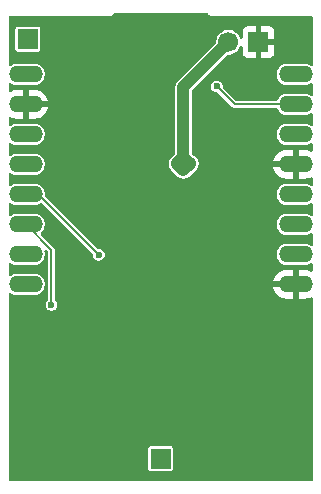
<source format=gbr>
%TF.GenerationSoftware,KiCad,Pcbnew,9.0.6*%
%TF.CreationDate,2025-12-01T19:29:45+01:00*%
%TF.ProjectId,_SSDV,b5535344-562e-46b6-9963-61645f706362,0.1*%
%TF.SameCoordinates,Original*%
%TF.FileFunction,Copper,L2,Bot*%
%TF.FilePolarity,Positive*%
%FSLAX46Y46*%
G04 Gerber Fmt 4.6, Leading zero omitted, Abs format (unit mm)*
G04 Created by KiCad (PCBNEW 9.0.6) date 2025-12-01 19:29:45*
%MOMM*%
%LPD*%
G01*
G04 APERTURE LIST*
%TA.AperFunction,ComponentPad*%
%ADD10R,1.700000X1.700000*%
%TD*%
%TA.AperFunction,ComponentPad*%
%ADD11C,1.700000*%
%TD*%
%TA.AperFunction,ComponentPad*%
%ADD12O,2.844800X1.422400*%
%TD*%
%TA.AperFunction,ViaPad*%
%ADD13C,0.600000*%
%TD*%
%TA.AperFunction,Conductor*%
%ADD14C,0.200000*%
%TD*%
%TA.AperFunction,Conductor*%
%ADD15C,1.000000*%
%TD*%
G04 APERTURE END LIST*
D10*
%TO.P,ANT1,1,1*%
%TO.N,Net-(U2-RF_IN)*%
X82000000Y-45000000D03*
%TD*%
%TO.P,J1,1,Pin_1*%
%TO.N,GND*%
X101525000Y-45250000D03*
D11*
%TO.P,J1,2,Pin_2*%
%TO.N,+BATT*%
X98985000Y-45250000D03*
%TD*%
D12*
%TO.P,U1,P$1,5V*%
%TO.N,unconnected-(U1-5V-PadP$1)*%
X81820000Y-47978500D03*
%TO.P,U1,P$2,GND*%
%TO.N,GND*%
X81820000Y-50518500D03*
%TO.P,U1,P$3,IO12*%
%TO.N,MISO*%
X81820000Y-53058500D03*
%TO.P,U1,P$4,IO13*%
%TO.N,MOSI*%
X81820000Y-55598500D03*
%TO.P,U1,P$5,IO15*%
%TO.N,CS*%
X81820000Y-58138500D03*
%TO.P,U1,P$6,IO14*%
%TO.N,SCK*%
X81820000Y-60678500D03*
%TO.P,U1,P$7,IO2*%
%TO.N,unconnected-(U1-IO2-PadP$7)*%
X81820000Y-63218500D03*
%TO.P,U1,P$8,IO4*%
%TO.N,unconnected-(U1-IO4-PadP$8)*%
X81820000Y-65758500D03*
%TO.P,U1,P$9,.GND*%
%TO.N,GND*%
X104680000Y-65758500D03*
%TO.P,U1,P$10,IO1/U0T*%
%TO.N,TX*%
X104680000Y-63218500D03*
%TO.P,U1,P$11,IO3/U0R*%
%TO.N,RX*%
X104680000Y-60678500D03*
%TO.P,U1,P$12,3V3.*%
%TO.N,unconnected-(U1-3V3.-PadP$12)*%
X104680000Y-58138500D03*
%TO.P,U1,P$13,GND.*%
%TO.N,GND*%
X104680000Y-55598500D03*
%TO.P,U1,P$14,IO0*%
%TO.N,IO0*%
X104680000Y-53058500D03*
%TO.P,U1,P$15,IO16*%
%TO.N,GPS_RX*%
X104680000Y-50518500D03*
%TO.P,U1,P$16,3V3*%
%TO.N,+3V3*%
X104680000Y-47978500D03*
%TD*%
D10*
%TO.P,ANT2,1,1*%
%TO.N,Net-(U3-ANT)*%
X93250000Y-80500000D03*
%TD*%
D13*
%TO.N,GPS_RX*%
X98000000Y-49000000D03*
%TO.N,+BATT*%
X95175000Y-56100000D03*
X95175000Y-55000000D03*
X95750000Y-55500000D03*
X94662500Y-55587500D03*
%TO.N,GND*%
X91250000Y-64250000D03*
X101250000Y-52750000D03*
X87000000Y-59750000D03*
X90250000Y-51000000D03*
X100500000Y-59750000D03*
X95250000Y-74000000D03*
X104750000Y-45000000D03*
X91250000Y-71000000D03*
X82000000Y-75750000D03*
X100750000Y-54000000D03*
X97250000Y-61500000D03*
X97250000Y-67250000D03*
X89750000Y-77250000D03*
X81750000Y-70000000D03*
X86250000Y-80000000D03*
X90000000Y-46000000D03*
%TO.N,CS*%
X88000000Y-63250000D03*
%TO.N,SCK*%
X84000000Y-67500000D03*
%TD*%
D14*
%TO.N,GPS_RX*%
X98000000Y-49000000D02*
X99518500Y-50518500D01*
X99518500Y-50518500D02*
X104680000Y-50518500D01*
%TO.N,SCK*%
X84000000Y-67500000D02*
X84000000Y-62858500D01*
X84000000Y-62858500D02*
X81820000Y-60678500D01*
D15*
%TO.N,+BATT*%
X95175000Y-56100000D02*
X94662500Y-55587500D01*
X94662500Y-55587500D02*
X94662500Y-55512500D01*
X95750000Y-55500000D02*
X95675000Y-55500000D01*
X95675000Y-55500000D02*
X95175000Y-55000000D01*
X95175000Y-49060000D02*
X98985000Y-45250000D01*
X95750000Y-55500000D02*
X95750000Y-55525000D01*
X95750000Y-55525000D02*
X95175000Y-56100000D01*
X95175000Y-56100000D02*
X95175000Y-55000000D01*
X94662500Y-55512500D02*
X95175000Y-55000000D01*
X95175000Y-55000000D02*
X95175000Y-49060000D01*
D14*
%TO.N,CS*%
X82888500Y-58138500D02*
X81820000Y-58138500D01*
X88000000Y-63250000D02*
X82888500Y-58138500D01*
%TD*%
%TA.AperFunction,Conductor*%
%TO.N,GND*%
G36*
X97126589Y-42750607D02*
G01*
X97128481Y-42750071D01*
X97155521Y-42760007D01*
X97182912Y-42768907D01*
X97184067Y-42770497D01*
X97185912Y-42771175D01*
X97201941Y-42795098D01*
X97217293Y-42816229D01*
X97217584Y-42816111D01*
X97217817Y-42816681D01*
X97217828Y-42816837D01*
X97217956Y-42817141D01*
X97218876Y-42818407D01*
X97219801Y-42821532D01*
X97219972Y-42821945D01*
X97240049Y-42856720D01*
X97240069Y-42856755D01*
X97240071Y-42856757D01*
X97259488Y-42890410D01*
X97259518Y-42890440D01*
X97259540Y-42890478D01*
X97287435Y-42918373D01*
X97287447Y-42918397D01*
X97287453Y-42918392D01*
X97315419Y-42946373D01*
X97315421Y-42946375D01*
X97315423Y-42946376D01*
X97315482Y-42946421D01*
X97315484Y-42946422D01*
X97315489Y-42946427D01*
X97345042Y-42963489D01*
X97349087Y-42965825D01*
X97349107Y-42965837D01*
X97383933Y-42985956D01*
X97383999Y-42985983D01*
X97384005Y-42985984D01*
X97384011Y-42985988D01*
X97421769Y-42996105D01*
X97421790Y-42996119D01*
X97421792Y-42996112D01*
X97435927Y-42999903D01*
X97460353Y-43006456D01*
X97460358Y-43006456D01*
X97460436Y-43006466D01*
X97460438Y-43006467D01*
X97460439Y-43006467D01*
X97499054Y-43006467D01*
X106010530Y-43008885D01*
X106068713Y-43027809D01*
X106104663Y-43077319D01*
X106109500Y-43107885D01*
X106109500Y-47176744D01*
X106090593Y-47234935D01*
X106041093Y-47270899D01*
X105979907Y-47270899D01*
X105955499Y-47259060D01*
X105885506Y-47212293D01*
X105823052Y-47170562D01*
X105823049Y-47170560D01*
X105823048Y-47170560D01*
X105657133Y-47101836D01*
X105480997Y-47066800D01*
X105480995Y-47066800D01*
X103879005Y-47066800D01*
X103879002Y-47066800D01*
X103702867Y-47101836D01*
X103702865Y-47101836D01*
X103536950Y-47170560D01*
X103536949Y-47170560D01*
X103387625Y-47270336D01*
X103260636Y-47397325D01*
X103160860Y-47546649D01*
X103160860Y-47546650D01*
X103092136Y-47712565D01*
X103092136Y-47712567D01*
X103057100Y-47888702D01*
X103057100Y-48068297D01*
X103092136Y-48244432D01*
X103092136Y-48244434D01*
X103160860Y-48410349D01*
X103160860Y-48410350D01*
X103220429Y-48499500D01*
X103260637Y-48559675D01*
X103387625Y-48686663D01*
X103536948Y-48786438D01*
X103702867Y-48855164D01*
X103879005Y-48890200D01*
X103879006Y-48890200D01*
X105480994Y-48890200D01*
X105480995Y-48890200D01*
X105657133Y-48855164D01*
X105823052Y-48786438D01*
X105955498Y-48697940D01*
X106014387Y-48681331D01*
X106071790Y-48702509D01*
X106105783Y-48753382D01*
X106109500Y-48780255D01*
X106109500Y-49716744D01*
X106090593Y-49774935D01*
X106041093Y-49810899D01*
X105979907Y-49810899D01*
X105955499Y-49799060D01*
X105851330Y-49729457D01*
X105823052Y-49710562D01*
X105823049Y-49710560D01*
X105823048Y-49710560D01*
X105657133Y-49641836D01*
X105480997Y-49606800D01*
X105480995Y-49606800D01*
X103879005Y-49606800D01*
X103879002Y-49606800D01*
X103702867Y-49641836D01*
X103702865Y-49641836D01*
X103536950Y-49710560D01*
X103536949Y-49710560D01*
X103387625Y-49810336D01*
X103260636Y-49937325D01*
X103160861Y-50086648D01*
X103131768Y-50156886D01*
X103092031Y-50203412D01*
X103040304Y-50218000D01*
X99683979Y-50218000D01*
X99625788Y-50199093D01*
X99613975Y-50189004D01*
X98529496Y-49104525D01*
X98501719Y-49050008D01*
X98500500Y-49034521D01*
X98500500Y-48934109D01*
X98488735Y-48890200D01*
X98466392Y-48806814D01*
X98466390Y-48806811D01*
X98466390Y-48806809D01*
X98400503Y-48692690D01*
X98400501Y-48692688D01*
X98400500Y-48692686D01*
X98307314Y-48599500D01*
X98307311Y-48599498D01*
X98307309Y-48599496D01*
X98193189Y-48533609D01*
X98193191Y-48533609D01*
X98143799Y-48520375D01*
X98065892Y-48499500D01*
X97934108Y-48499500D01*
X97856200Y-48520375D01*
X97806809Y-48533609D01*
X97692690Y-48599496D01*
X97599496Y-48692690D01*
X97533609Y-48806809D01*
X97533608Y-48806814D01*
X97499500Y-48934108D01*
X97499500Y-49065892D01*
X97509852Y-49104525D01*
X97533609Y-49193190D01*
X97599496Y-49307309D01*
X97599498Y-49307311D01*
X97599500Y-49307314D01*
X97692686Y-49400500D01*
X97692688Y-49400501D01*
X97692690Y-49400503D01*
X97806810Y-49466390D01*
X97806808Y-49466390D01*
X97806812Y-49466391D01*
X97806814Y-49466392D01*
X97934108Y-49500500D01*
X97934110Y-49500500D01*
X98034521Y-49500500D01*
X98092712Y-49519407D01*
X98104525Y-49529496D01*
X99278040Y-50703011D01*
X99278039Y-50703011D01*
X99333989Y-50758960D01*
X99402507Y-50798519D01*
X99402511Y-50798521D01*
X99478935Y-50818999D01*
X99478937Y-50819000D01*
X99478938Y-50819000D01*
X103040304Y-50819000D01*
X103098495Y-50837907D01*
X103131768Y-50880114D01*
X103160861Y-50950351D01*
X103160862Y-50950352D01*
X103260637Y-51099675D01*
X103387625Y-51226663D01*
X103536948Y-51326438D01*
X103702867Y-51395164D01*
X103879005Y-51430200D01*
X103879006Y-51430200D01*
X105480994Y-51430200D01*
X105480995Y-51430200D01*
X105657133Y-51395164D01*
X105823052Y-51326438D01*
X105955498Y-51237940D01*
X106014387Y-51221331D01*
X106071790Y-51242509D01*
X106105783Y-51293382D01*
X106109500Y-51320255D01*
X106109500Y-52256744D01*
X106090593Y-52314935D01*
X106041093Y-52350899D01*
X105979907Y-52350899D01*
X105955499Y-52339060D01*
X105885506Y-52292293D01*
X105823052Y-52250562D01*
X105823049Y-52250560D01*
X105823048Y-52250560D01*
X105657133Y-52181836D01*
X105480997Y-52146800D01*
X105480995Y-52146800D01*
X103879005Y-52146800D01*
X103879002Y-52146800D01*
X103702867Y-52181836D01*
X103702865Y-52181836D01*
X103536950Y-52250560D01*
X103536949Y-52250560D01*
X103387625Y-52350336D01*
X103260636Y-52477325D01*
X103160860Y-52626649D01*
X103160860Y-52626650D01*
X103092136Y-52792565D01*
X103092136Y-52792567D01*
X103057100Y-52968702D01*
X103057100Y-53148297D01*
X103092136Y-53324432D01*
X103092136Y-53324434D01*
X103160860Y-53490349D01*
X103160860Y-53490350D01*
X103250499Y-53624503D01*
X103260637Y-53639675D01*
X103387625Y-53766663D01*
X103536948Y-53866438D01*
X103702867Y-53935164D01*
X103879005Y-53970200D01*
X103879006Y-53970200D01*
X105480994Y-53970200D01*
X105480995Y-53970200D01*
X105657133Y-53935164D01*
X105823052Y-53866438D01*
X105955498Y-53777940D01*
X106014387Y-53761331D01*
X106071790Y-53782509D01*
X106105783Y-53833382D01*
X106109500Y-53860255D01*
X106109500Y-54443577D01*
X106090593Y-54501768D01*
X106041093Y-54537732D01*
X105979907Y-54537732D01*
X105965555Y-54531787D01*
X105856139Y-54476037D01*
X105674818Y-54417122D01*
X105486526Y-54387300D01*
X104930001Y-54387300D01*
X104930000Y-54387301D01*
X104930000Y-55165488D01*
X104872993Y-55132575D01*
X104745826Y-55098500D01*
X104614174Y-55098500D01*
X104487007Y-55132575D01*
X104430000Y-55165488D01*
X104430000Y-54387301D01*
X104429999Y-54387300D01*
X103873474Y-54387300D01*
X103685181Y-54417122D01*
X103503860Y-54476037D01*
X103333995Y-54562587D01*
X103179757Y-54674648D01*
X103044948Y-54809457D01*
X102932887Y-54963695D01*
X102846337Y-55133560D01*
X102787422Y-55314881D01*
X102782098Y-55348499D01*
X102782099Y-55348500D01*
X104246988Y-55348500D01*
X104214075Y-55405507D01*
X104180000Y-55532674D01*
X104180000Y-55664326D01*
X104214075Y-55791493D01*
X104246988Y-55848500D01*
X102782099Y-55848500D01*
X102787422Y-55882118D01*
X102846337Y-56063439D01*
X102932887Y-56233304D01*
X103044948Y-56387542D01*
X103179757Y-56522351D01*
X103333995Y-56634412D01*
X103503860Y-56720962D01*
X103685181Y-56779877D01*
X103873474Y-56809700D01*
X104429999Y-56809700D01*
X104430000Y-56809699D01*
X104430000Y-56031512D01*
X104487007Y-56064425D01*
X104614174Y-56098500D01*
X104745826Y-56098500D01*
X104872993Y-56064425D01*
X104930000Y-56031512D01*
X104930000Y-56809699D01*
X104930001Y-56809700D01*
X105486526Y-56809700D01*
X105674818Y-56779877D01*
X105856142Y-56720961D01*
X105965554Y-56665213D01*
X106025986Y-56655641D01*
X106080503Y-56683418D01*
X106108281Y-56737934D01*
X106109500Y-56753422D01*
X106109500Y-57336744D01*
X106090593Y-57394935D01*
X106041093Y-57430899D01*
X105979907Y-57430899D01*
X105955499Y-57419060D01*
X105885506Y-57372293D01*
X105823052Y-57330562D01*
X105823049Y-57330560D01*
X105823048Y-57330560D01*
X105657133Y-57261836D01*
X105480997Y-57226800D01*
X105480995Y-57226800D01*
X103879005Y-57226800D01*
X103879002Y-57226800D01*
X103702867Y-57261836D01*
X103702865Y-57261836D01*
X103536950Y-57330560D01*
X103536949Y-57330560D01*
X103387625Y-57430336D01*
X103260636Y-57557325D01*
X103160860Y-57706649D01*
X103160860Y-57706650D01*
X103092136Y-57872565D01*
X103092136Y-57872567D01*
X103057100Y-58048702D01*
X103057100Y-58228297D01*
X103092136Y-58404432D01*
X103092136Y-58404434D01*
X103160860Y-58570349D01*
X103160860Y-58570350D01*
X103250499Y-58704503D01*
X103260637Y-58719675D01*
X103387625Y-58846663D01*
X103536948Y-58946438D01*
X103702867Y-59015164D01*
X103879005Y-59050200D01*
X103879006Y-59050200D01*
X105480994Y-59050200D01*
X105480995Y-59050200D01*
X105657133Y-59015164D01*
X105823052Y-58946438D01*
X105955498Y-58857940D01*
X106014387Y-58841331D01*
X106071790Y-58862509D01*
X106105783Y-58913382D01*
X106109500Y-58940255D01*
X106109500Y-59876744D01*
X106090593Y-59934935D01*
X106041093Y-59970899D01*
X105979907Y-59970899D01*
X105955499Y-59959060D01*
X105885506Y-59912293D01*
X105823052Y-59870562D01*
X105823049Y-59870560D01*
X105823048Y-59870560D01*
X105657133Y-59801836D01*
X105480997Y-59766800D01*
X105480995Y-59766800D01*
X103879005Y-59766800D01*
X103879002Y-59766800D01*
X103702867Y-59801836D01*
X103702865Y-59801836D01*
X103536950Y-59870560D01*
X103536949Y-59870560D01*
X103387625Y-59970336D01*
X103260636Y-60097325D01*
X103160860Y-60246649D01*
X103160860Y-60246650D01*
X103092136Y-60412565D01*
X103092136Y-60412567D01*
X103057100Y-60588702D01*
X103057100Y-60768297D01*
X103092136Y-60944432D01*
X103092136Y-60944434D01*
X103160860Y-61110349D01*
X103160860Y-61110350D01*
X103250499Y-61244503D01*
X103260637Y-61259675D01*
X103387625Y-61386663D01*
X103536948Y-61486438D01*
X103702867Y-61555164D01*
X103879005Y-61590200D01*
X103879006Y-61590200D01*
X105480994Y-61590200D01*
X105480995Y-61590200D01*
X105657133Y-61555164D01*
X105823052Y-61486438D01*
X105955498Y-61397940D01*
X106014387Y-61381331D01*
X106071790Y-61402509D01*
X106105783Y-61453382D01*
X106109500Y-61480255D01*
X106109500Y-62416744D01*
X106090593Y-62474935D01*
X106041093Y-62510899D01*
X105979907Y-62510899D01*
X105955499Y-62499060D01*
X105885506Y-62452293D01*
X105823052Y-62410562D01*
X105823049Y-62410560D01*
X105823048Y-62410560D01*
X105657133Y-62341836D01*
X105480997Y-62306800D01*
X105480995Y-62306800D01*
X103879005Y-62306800D01*
X103879002Y-62306800D01*
X103702867Y-62341836D01*
X103702865Y-62341836D01*
X103536950Y-62410560D01*
X103536949Y-62410560D01*
X103387625Y-62510336D01*
X103260636Y-62637325D01*
X103160860Y-62786649D01*
X103160860Y-62786650D01*
X103092136Y-62952565D01*
X103092136Y-62952567D01*
X103057100Y-63128702D01*
X103057100Y-63308297D01*
X103058611Y-63315892D01*
X103083931Y-63443186D01*
X103092136Y-63484432D01*
X103092136Y-63484434D01*
X103160860Y-63650349D01*
X103160860Y-63650350D01*
X103227779Y-63750500D01*
X103260637Y-63799675D01*
X103387625Y-63926663D01*
X103536948Y-64026438D01*
X103702867Y-64095164D01*
X103879005Y-64130200D01*
X103879006Y-64130200D01*
X105480994Y-64130200D01*
X105480995Y-64130200D01*
X105657133Y-64095164D01*
X105823052Y-64026438D01*
X105955498Y-63937940D01*
X106014387Y-63921331D01*
X106071790Y-63942509D01*
X106105783Y-63993382D01*
X106109500Y-64020255D01*
X106109500Y-64603577D01*
X106090593Y-64661768D01*
X106041093Y-64697732D01*
X105979907Y-64697732D01*
X105965555Y-64691787D01*
X105856139Y-64636037D01*
X105674818Y-64577122D01*
X105486526Y-64547300D01*
X104930001Y-64547300D01*
X104930000Y-64547301D01*
X104930000Y-65325488D01*
X104872993Y-65292575D01*
X104745826Y-65258500D01*
X104614174Y-65258500D01*
X104487007Y-65292575D01*
X104430000Y-65325488D01*
X104430000Y-64547301D01*
X104429999Y-64547300D01*
X103873474Y-64547300D01*
X103685181Y-64577122D01*
X103503860Y-64636037D01*
X103333995Y-64722587D01*
X103179757Y-64834648D01*
X103044948Y-64969457D01*
X102932887Y-65123695D01*
X102846337Y-65293560D01*
X102787422Y-65474881D01*
X102782098Y-65508499D01*
X102782099Y-65508500D01*
X104246988Y-65508500D01*
X104214075Y-65565507D01*
X104180000Y-65692674D01*
X104180000Y-65824326D01*
X104214075Y-65951493D01*
X104246988Y-66008500D01*
X102782099Y-66008500D01*
X102787422Y-66042118D01*
X102846337Y-66223439D01*
X102932887Y-66393304D01*
X103044948Y-66547542D01*
X103179757Y-66682351D01*
X103333995Y-66794412D01*
X103503860Y-66880962D01*
X103685181Y-66939877D01*
X103873474Y-66969700D01*
X104429999Y-66969700D01*
X104430000Y-66969699D01*
X104430000Y-66191512D01*
X104487007Y-66224425D01*
X104614174Y-66258500D01*
X104745826Y-66258500D01*
X104872993Y-66224425D01*
X104930000Y-66191512D01*
X104930000Y-66969699D01*
X104930001Y-66969700D01*
X105486526Y-66969700D01*
X105674818Y-66939877D01*
X105856142Y-66880961D01*
X105965554Y-66825213D01*
X106025986Y-66815641D01*
X106080503Y-66843418D01*
X106108281Y-66897934D01*
X106109500Y-66913422D01*
X106109500Y-82309000D01*
X106090593Y-82367191D01*
X106041093Y-82403155D01*
X106010500Y-82408000D01*
X80489500Y-82408000D01*
X80431309Y-82389093D01*
X80395345Y-82339593D01*
X80390500Y-82309000D01*
X80390500Y-79630253D01*
X92199500Y-79630253D01*
X92199500Y-81369746D01*
X92199501Y-81369758D01*
X92211132Y-81428227D01*
X92211133Y-81428231D01*
X92255448Y-81494552D01*
X92321769Y-81538867D01*
X92366231Y-81547711D01*
X92380241Y-81550498D01*
X92380246Y-81550498D01*
X92380252Y-81550500D01*
X92380253Y-81550500D01*
X94119747Y-81550500D01*
X94119748Y-81550500D01*
X94178231Y-81538867D01*
X94244552Y-81494552D01*
X94288867Y-81428231D01*
X94300500Y-81369748D01*
X94300500Y-79630252D01*
X94288867Y-79571769D01*
X94244552Y-79505448D01*
X94244548Y-79505445D01*
X94178233Y-79461134D01*
X94178231Y-79461133D01*
X94178228Y-79461132D01*
X94178227Y-79461132D01*
X94119758Y-79449501D01*
X94119748Y-79449500D01*
X92380252Y-79449500D01*
X92380251Y-79449500D01*
X92380241Y-79449501D01*
X92321772Y-79461132D01*
X92321766Y-79461134D01*
X92255451Y-79505445D01*
X92255445Y-79505451D01*
X92211134Y-79571766D01*
X92211132Y-79571772D01*
X92199501Y-79630241D01*
X92199500Y-79630253D01*
X80390500Y-79630253D01*
X80390500Y-66560255D01*
X80409407Y-66502064D01*
X80458907Y-66466100D01*
X80520093Y-66466100D01*
X80544502Y-66477940D01*
X80676948Y-66566438D01*
X80842867Y-66635164D01*
X81019005Y-66670200D01*
X81019006Y-66670200D01*
X82620994Y-66670200D01*
X82620995Y-66670200D01*
X82797133Y-66635164D01*
X82963052Y-66566438D01*
X83112375Y-66466663D01*
X83239363Y-66339675D01*
X83339138Y-66190352D01*
X83407864Y-66024433D01*
X83442900Y-65848295D01*
X83442900Y-65668705D01*
X83407864Y-65492567D01*
X83339139Y-65326650D01*
X83339139Y-65326649D01*
X83239363Y-65177325D01*
X83112374Y-65050336D01*
X82963049Y-64950560D01*
X82797133Y-64881836D01*
X82620997Y-64846800D01*
X82620995Y-64846800D01*
X81019005Y-64846800D01*
X81019002Y-64846800D01*
X80842867Y-64881836D01*
X80842865Y-64881836D01*
X80676951Y-64950560D01*
X80544501Y-65039060D01*
X80485613Y-65055668D01*
X80428209Y-65034490D01*
X80394217Y-64983616D01*
X80390500Y-64956744D01*
X80390500Y-64020255D01*
X80409407Y-63962064D01*
X80458907Y-63926100D01*
X80520093Y-63926100D01*
X80544502Y-63937940D01*
X80676948Y-64026438D01*
X80842867Y-64095164D01*
X81019005Y-64130200D01*
X81019006Y-64130200D01*
X82620994Y-64130200D01*
X82620995Y-64130200D01*
X82797133Y-64095164D01*
X82963052Y-64026438D01*
X83112375Y-63926663D01*
X83239363Y-63799675D01*
X83339138Y-63650352D01*
X83407864Y-63484433D01*
X83442900Y-63308295D01*
X83442900Y-63128705D01*
X83407864Y-62952567D01*
X83407863Y-62952565D01*
X83406915Y-62947797D01*
X83409013Y-62947379D01*
X83410038Y-62894645D01*
X83446956Y-62845853D01*
X83505503Y-62828079D01*
X83563316Y-62848112D01*
X83573585Y-62857056D01*
X83670504Y-62953975D01*
X83698281Y-63008492D01*
X83699500Y-63023979D01*
X83699500Y-67051679D01*
X83680593Y-67109870D01*
X83670509Y-67121676D01*
X83599500Y-67192686D01*
X83599497Y-67192689D01*
X83599496Y-67192690D01*
X83533609Y-67306809D01*
X83533608Y-67306814D01*
X83499500Y-67434108D01*
X83499500Y-67565892D01*
X83529579Y-67678151D01*
X83533609Y-67693190D01*
X83599496Y-67807309D01*
X83599498Y-67807311D01*
X83599500Y-67807314D01*
X83692686Y-67900500D01*
X83692688Y-67900501D01*
X83692690Y-67900503D01*
X83806810Y-67966390D01*
X83806808Y-67966390D01*
X83806812Y-67966391D01*
X83806814Y-67966392D01*
X83934108Y-68000500D01*
X83934110Y-68000500D01*
X84065890Y-68000500D01*
X84065892Y-68000500D01*
X84193186Y-67966392D01*
X84193188Y-67966390D01*
X84193190Y-67966390D01*
X84307309Y-67900503D01*
X84307309Y-67900502D01*
X84307314Y-67900500D01*
X84400500Y-67807314D01*
X84466392Y-67693186D01*
X84500500Y-67565892D01*
X84500500Y-67434108D01*
X84466392Y-67306814D01*
X84466390Y-67306811D01*
X84466390Y-67306809D01*
X84400503Y-67192690D01*
X84400501Y-67192688D01*
X84400500Y-67192686D01*
X84329494Y-67121680D01*
X84301719Y-67067166D01*
X84300500Y-67051679D01*
X84300500Y-62818938D01*
X84281894Y-62749500D01*
X84281893Y-62749494D01*
X84280023Y-62742515D01*
X84280020Y-62742508D01*
X84240463Y-62673993D01*
X84240462Y-62673992D01*
X84240461Y-62673991D01*
X84240460Y-62673989D01*
X83102149Y-61535678D01*
X83074372Y-61481161D01*
X83083943Y-61420729D01*
X83109361Y-61389135D01*
X83112364Y-61386669D01*
X83112375Y-61386663D01*
X83239363Y-61259675D01*
X83339138Y-61110352D01*
X83407864Y-60944433D01*
X83442900Y-60768295D01*
X83442900Y-60588705D01*
X83407864Y-60412567D01*
X83339139Y-60246650D01*
X83339139Y-60246649D01*
X83239363Y-60097325D01*
X83112374Y-59970336D01*
X82963049Y-59870560D01*
X82797133Y-59801836D01*
X82620997Y-59766800D01*
X82620995Y-59766800D01*
X81019005Y-59766800D01*
X81019002Y-59766800D01*
X80842867Y-59801836D01*
X80842865Y-59801836D01*
X80676951Y-59870560D01*
X80544501Y-59959060D01*
X80485613Y-59975668D01*
X80428209Y-59954490D01*
X80394217Y-59903616D01*
X80390500Y-59876744D01*
X80390500Y-58940255D01*
X80409407Y-58882064D01*
X80458907Y-58846100D01*
X80520093Y-58846100D01*
X80544502Y-58857940D01*
X80676948Y-58946438D01*
X80842867Y-59015164D01*
X81019005Y-59050200D01*
X81019006Y-59050200D01*
X82620994Y-59050200D01*
X82620995Y-59050200D01*
X82797133Y-59015164D01*
X82963052Y-58946438D01*
X83080378Y-58868042D01*
X83139265Y-58851434D01*
X83196669Y-58872611D01*
X83205383Y-58880354D01*
X87470504Y-63145475D01*
X87498281Y-63199992D01*
X87499500Y-63215479D01*
X87499500Y-63315892D01*
X87529579Y-63428151D01*
X87533609Y-63443190D01*
X87599496Y-63557309D01*
X87599498Y-63557311D01*
X87599500Y-63557314D01*
X87692686Y-63650500D01*
X87692688Y-63650501D01*
X87692690Y-63650503D01*
X87806810Y-63716390D01*
X87806808Y-63716390D01*
X87806812Y-63716391D01*
X87806814Y-63716392D01*
X87934108Y-63750500D01*
X87934110Y-63750500D01*
X88065890Y-63750500D01*
X88065892Y-63750500D01*
X88193186Y-63716392D01*
X88193188Y-63716390D01*
X88193190Y-63716390D01*
X88307309Y-63650503D01*
X88307309Y-63650502D01*
X88307314Y-63650500D01*
X88400500Y-63557314D01*
X88400503Y-63557309D01*
X88466390Y-63443190D01*
X88466390Y-63443188D01*
X88466392Y-63443186D01*
X88500500Y-63315892D01*
X88500500Y-63184108D01*
X88466392Y-63056814D01*
X88466390Y-63056811D01*
X88466390Y-63056809D01*
X88400503Y-62942690D01*
X88400501Y-62942688D01*
X88400500Y-62942686D01*
X88307314Y-62849500D01*
X88307311Y-62849498D01*
X88307309Y-62849496D01*
X88193189Y-62783609D01*
X88193191Y-62783609D01*
X88143799Y-62770375D01*
X88065892Y-62749500D01*
X87965479Y-62749500D01*
X87907288Y-62730593D01*
X87895475Y-62720504D01*
X83471896Y-58296925D01*
X83444119Y-58242408D01*
X83442900Y-58226921D01*
X83442900Y-58048706D01*
X83442899Y-58048702D01*
X83407864Y-57872567D01*
X83339139Y-57706650D01*
X83339139Y-57706649D01*
X83239363Y-57557325D01*
X83112374Y-57430336D01*
X82963049Y-57330560D01*
X82797133Y-57261836D01*
X82620997Y-57226800D01*
X82620995Y-57226800D01*
X81019005Y-57226800D01*
X81019002Y-57226800D01*
X80842867Y-57261836D01*
X80842865Y-57261836D01*
X80676951Y-57330560D01*
X80544501Y-57419060D01*
X80485613Y-57435668D01*
X80428209Y-57414490D01*
X80394217Y-57363616D01*
X80390500Y-57336744D01*
X80390500Y-56400255D01*
X80409407Y-56342064D01*
X80458907Y-56306100D01*
X80520093Y-56306100D01*
X80544502Y-56317940D01*
X80676948Y-56406438D01*
X80842867Y-56475164D01*
X81019005Y-56510200D01*
X81019006Y-56510200D01*
X82620994Y-56510200D01*
X82620995Y-56510200D01*
X82797133Y-56475164D01*
X82963052Y-56406438D01*
X83112375Y-56306663D01*
X83239363Y-56179675D01*
X83339138Y-56030352D01*
X83407864Y-55864433D01*
X83442900Y-55688295D01*
X83442900Y-55508705D01*
X83429931Y-55443507D01*
X93962000Y-55443507D01*
X93962000Y-55446422D01*
X93962000Y-55656496D01*
X93968326Y-55688297D01*
X93988853Y-55791493D01*
X93988920Y-55791827D01*
X93988920Y-55791829D01*
X94041723Y-55919308D01*
X94115919Y-56030352D01*
X94118386Y-56034043D01*
X94630884Y-56546540D01*
X94630886Y-56546543D01*
X94728457Y-56644114D01*
X94843189Y-56720775D01*
X94917866Y-56751707D01*
X94970671Y-56773580D01*
X94993124Y-56778046D01*
X95106006Y-56800500D01*
X95106007Y-56800500D01*
X95243993Y-56800500D01*
X95243994Y-56800500D01*
X95379328Y-56773580D01*
X95506811Y-56720775D01*
X95621543Y-56644114D01*
X96294114Y-55971543D01*
X96370775Y-55856811D01*
X96423580Y-55729328D01*
X96450500Y-55593994D01*
X96450500Y-55456006D01*
X96450500Y-55431007D01*
X96423580Y-55295672D01*
X96383289Y-55198401D01*
X96370777Y-55168193D01*
X96370771Y-55168182D01*
X96294114Y-55053458D01*
X96196545Y-54955889D01*
X96196542Y-54955886D01*
X96106420Y-54895668D01*
X96081810Y-54879224D01*
X96036963Y-54860648D01*
X96004845Y-54839188D01*
X95904496Y-54738839D01*
X95876719Y-54684322D01*
X95875500Y-54668835D01*
X95875500Y-49391165D01*
X95894407Y-49332974D01*
X95904496Y-49321161D01*
X98896161Y-46329496D01*
X98950678Y-46301719D01*
X98966165Y-46300500D01*
X99088464Y-46300500D01*
X99088465Y-46300500D01*
X99291420Y-46260130D01*
X99482598Y-46180941D01*
X99654655Y-46065977D01*
X99800977Y-45919655D01*
X99915941Y-45747598D01*
X99984536Y-45581994D01*
X100024273Y-45535470D01*
X100083767Y-45521186D01*
X100140295Y-45544601D01*
X100172265Y-45596770D01*
X100175000Y-45619881D01*
X100175000Y-46147824D01*
X100174999Y-46147824D01*
X100181401Y-46207370D01*
X100181403Y-46207381D01*
X100231646Y-46342088D01*
X100231647Y-46342090D01*
X100317807Y-46457184D01*
X100317815Y-46457192D01*
X100432909Y-46543352D01*
X100432911Y-46543353D01*
X100567618Y-46593596D01*
X100567629Y-46593598D01*
X100627176Y-46600000D01*
X101274999Y-46600000D01*
X101275000Y-46599999D01*
X101275000Y-45683012D01*
X101332007Y-45715925D01*
X101459174Y-45750000D01*
X101590826Y-45750000D01*
X101717993Y-45715925D01*
X101775000Y-45683012D01*
X101775000Y-46599999D01*
X101775001Y-46600000D01*
X102422824Y-46600000D01*
X102482370Y-46593598D01*
X102482381Y-46593596D01*
X102617088Y-46543353D01*
X102617090Y-46543352D01*
X102732184Y-46457192D01*
X102732192Y-46457184D01*
X102818352Y-46342090D01*
X102818353Y-46342088D01*
X102868596Y-46207381D01*
X102868598Y-46207370D01*
X102875000Y-46147824D01*
X102875000Y-45500001D01*
X102874999Y-45500000D01*
X101958012Y-45500000D01*
X101990925Y-45442993D01*
X102025000Y-45315826D01*
X102025000Y-45184174D01*
X101990925Y-45057007D01*
X101958012Y-45000000D01*
X102874999Y-45000000D01*
X102875000Y-44999999D01*
X102875000Y-44352175D01*
X102868598Y-44292629D01*
X102868596Y-44292618D01*
X102818353Y-44157911D01*
X102818352Y-44157909D01*
X102732192Y-44042815D01*
X102732184Y-44042807D01*
X102617090Y-43956647D01*
X102617088Y-43956646D01*
X102482381Y-43906403D01*
X102482370Y-43906401D01*
X102422824Y-43900000D01*
X101775001Y-43900000D01*
X101775000Y-43900001D01*
X101775000Y-44816988D01*
X101717993Y-44784075D01*
X101590826Y-44750000D01*
X101459174Y-44750000D01*
X101332007Y-44784075D01*
X101275000Y-44816988D01*
X101275000Y-43900001D01*
X101274999Y-43900000D01*
X100627176Y-43900000D01*
X100567629Y-43906401D01*
X100567618Y-43906403D01*
X100432911Y-43956646D01*
X100432909Y-43956647D01*
X100317815Y-44042807D01*
X100317807Y-44042815D01*
X100231647Y-44157909D01*
X100231646Y-44157911D01*
X100181403Y-44292618D01*
X100181401Y-44292629D01*
X100175000Y-44352175D01*
X100175000Y-44880118D01*
X100156093Y-44938309D01*
X100106593Y-44974273D01*
X100045407Y-44974273D01*
X99995907Y-44938309D01*
X99984536Y-44918004D01*
X99915941Y-44752402D01*
X99800979Y-44580348D01*
X99800977Y-44580345D01*
X99654655Y-44434023D01*
X99482598Y-44319059D01*
X99482599Y-44319059D01*
X99482597Y-44319058D01*
X99291418Y-44239869D01*
X99088467Y-44199500D01*
X99088465Y-44199500D01*
X98881535Y-44199500D01*
X98881532Y-44199500D01*
X98678581Y-44239869D01*
X98487402Y-44319058D01*
X98315348Y-44434020D01*
X98169020Y-44580348D01*
X98054058Y-44752402D01*
X97974869Y-44943581D01*
X97934500Y-45146532D01*
X97934500Y-45268835D01*
X97915593Y-45327026D01*
X97905504Y-45338839D01*
X94630883Y-48613460D01*
X94554223Y-48728191D01*
X94501420Y-48855670D01*
X94501420Y-48855672D01*
X94480581Y-48960438D01*
X94474500Y-48991008D01*
X94474500Y-54668835D01*
X94455593Y-54727026D01*
X94445504Y-54738838D01*
X94118385Y-55065957D01*
X94041723Y-55180691D01*
X93988920Y-55308170D01*
X93988920Y-55308172D01*
X93980899Y-55348499D01*
X93963870Y-55434108D01*
X93962000Y-55443507D01*
X83429931Y-55443507D01*
X83407864Y-55332567D01*
X83339776Y-55168189D01*
X83339139Y-55166650D01*
X83339139Y-55166649D01*
X83239363Y-55017325D01*
X83112374Y-54890336D01*
X82963049Y-54790560D01*
X82797133Y-54721836D01*
X82620997Y-54686800D01*
X82620995Y-54686800D01*
X81019005Y-54686800D01*
X81019002Y-54686800D01*
X80842867Y-54721836D01*
X80842865Y-54721836D01*
X80676951Y-54790560D01*
X80544501Y-54879060D01*
X80485613Y-54895668D01*
X80428209Y-54874490D01*
X80394217Y-54823616D01*
X80390500Y-54796744D01*
X80390500Y-53860255D01*
X80409407Y-53802064D01*
X80458907Y-53766100D01*
X80520093Y-53766100D01*
X80544502Y-53777940D01*
X80676948Y-53866438D01*
X80842867Y-53935164D01*
X81019005Y-53970200D01*
X81019006Y-53970200D01*
X82620994Y-53970200D01*
X82620995Y-53970200D01*
X82797133Y-53935164D01*
X82963052Y-53866438D01*
X83112375Y-53766663D01*
X83239363Y-53639675D01*
X83339138Y-53490352D01*
X83407864Y-53324433D01*
X83442900Y-53148295D01*
X83442900Y-52968705D01*
X83407864Y-52792567D01*
X83339139Y-52626650D01*
X83339139Y-52626649D01*
X83239363Y-52477325D01*
X83112374Y-52350336D01*
X82963049Y-52250560D01*
X82797133Y-52181836D01*
X82620997Y-52146800D01*
X82620995Y-52146800D01*
X81019005Y-52146800D01*
X81019002Y-52146800D01*
X80842867Y-52181836D01*
X80842865Y-52181836D01*
X80676951Y-52250560D01*
X80544501Y-52339060D01*
X80485613Y-52355668D01*
X80428209Y-52334490D01*
X80394217Y-52283616D01*
X80390500Y-52256744D01*
X80390500Y-51673422D01*
X80409407Y-51615231D01*
X80458907Y-51579267D01*
X80520093Y-51579267D01*
X80534446Y-51585213D01*
X80643857Y-51640961D01*
X80825181Y-51699877D01*
X81013474Y-51729700D01*
X81569999Y-51729700D01*
X81570000Y-51729699D01*
X81570000Y-50951512D01*
X81627007Y-50984425D01*
X81754174Y-51018500D01*
X81885826Y-51018500D01*
X82012993Y-50984425D01*
X82070000Y-50951512D01*
X82070000Y-51729699D01*
X82070001Y-51729700D01*
X82626526Y-51729700D01*
X82814818Y-51699877D01*
X82996139Y-51640962D01*
X83166004Y-51554412D01*
X83320242Y-51442351D01*
X83455051Y-51307542D01*
X83567112Y-51153304D01*
X83653662Y-50983439D01*
X83712577Y-50802118D01*
X83717901Y-50768500D01*
X82253012Y-50768500D01*
X82285925Y-50711493D01*
X82320000Y-50584326D01*
X82320000Y-50452674D01*
X82285925Y-50325507D01*
X82253012Y-50268500D01*
X83717901Y-50268500D01*
X83717901Y-50268499D01*
X83712577Y-50234881D01*
X83653662Y-50053560D01*
X83567112Y-49883695D01*
X83455051Y-49729457D01*
X83320242Y-49594648D01*
X83166004Y-49482587D01*
X82996139Y-49396037D01*
X82814818Y-49337122D01*
X82626526Y-49307300D01*
X82070001Y-49307300D01*
X82070000Y-49307301D01*
X82070000Y-50085488D01*
X82012993Y-50052575D01*
X81885826Y-50018500D01*
X81754174Y-50018500D01*
X81627007Y-50052575D01*
X81570000Y-50085488D01*
X81570000Y-49307301D01*
X81569999Y-49307300D01*
X81013474Y-49307300D01*
X80825181Y-49337122D01*
X80643860Y-49396037D01*
X80534445Y-49451787D01*
X80474013Y-49461358D01*
X80419496Y-49433580D01*
X80391719Y-49379064D01*
X80390500Y-49363577D01*
X80390500Y-48780255D01*
X80409407Y-48722064D01*
X80458907Y-48686100D01*
X80520093Y-48686100D01*
X80544502Y-48697940D01*
X80676948Y-48786438D01*
X80842867Y-48855164D01*
X81019005Y-48890200D01*
X81019006Y-48890200D01*
X82620994Y-48890200D01*
X82620995Y-48890200D01*
X82797133Y-48855164D01*
X82963052Y-48786438D01*
X83112375Y-48686663D01*
X83239363Y-48559675D01*
X83339138Y-48410352D01*
X83407864Y-48244433D01*
X83442900Y-48068295D01*
X83442900Y-47888705D01*
X83407864Y-47712567D01*
X83339139Y-47546650D01*
X83339139Y-47546649D01*
X83239363Y-47397325D01*
X83112374Y-47270336D01*
X82963049Y-47170560D01*
X82797133Y-47101836D01*
X82620997Y-47066800D01*
X82620995Y-47066800D01*
X81019005Y-47066800D01*
X81019002Y-47066800D01*
X80842867Y-47101836D01*
X80842865Y-47101836D01*
X80676951Y-47170560D01*
X80544501Y-47259060D01*
X80485613Y-47275668D01*
X80428209Y-47254490D01*
X80394217Y-47203616D01*
X80390500Y-47176744D01*
X80390500Y-44130253D01*
X80949500Y-44130253D01*
X80949500Y-45869746D01*
X80949501Y-45869758D01*
X80959426Y-45919651D01*
X80961133Y-45928231D01*
X81005448Y-45994552D01*
X81071769Y-46038867D01*
X81116231Y-46047711D01*
X81130241Y-46050498D01*
X81130246Y-46050498D01*
X81130252Y-46050500D01*
X81130253Y-46050500D01*
X82869747Y-46050500D01*
X82869748Y-46050500D01*
X82928231Y-46038867D01*
X82994552Y-45994552D01*
X83038867Y-45928231D01*
X83050500Y-45869748D01*
X83050500Y-44130252D01*
X83038867Y-44071769D01*
X82994552Y-44005448D01*
X82994548Y-44005445D01*
X82928233Y-43961134D01*
X82928231Y-43961133D01*
X82928228Y-43961132D01*
X82928227Y-43961132D01*
X82869758Y-43949501D01*
X82869748Y-43949500D01*
X81130252Y-43949500D01*
X81130251Y-43949500D01*
X81130241Y-43949501D01*
X81071772Y-43961132D01*
X81071766Y-43961134D01*
X81005451Y-44005445D01*
X81005445Y-44005451D01*
X80961134Y-44071766D01*
X80961132Y-44071772D01*
X80949501Y-44130241D01*
X80949500Y-44130253D01*
X80390500Y-44130253D01*
X80390500Y-43108000D01*
X80409407Y-43049809D01*
X80458907Y-43013845D01*
X80489500Y-43009000D01*
X89039563Y-43009000D01*
X89039563Y-43008999D01*
X89115989Y-42988521D01*
X89184511Y-42948960D01*
X89240460Y-42893011D01*
X89280021Y-42824489D01*
X89280321Y-42823370D01*
X89280772Y-42822674D01*
X89282503Y-42818497D01*
X89283277Y-42818817D01*
X89313648Y-42772058D01*
X89370771Y-42750135D01*
X89375946Y-42750000D01*
X97124721Y-42750000D01*
X97126589Y-42750607D01*
G37*
%TD.AperFunction*%
%TD*%
M02*

</source>
